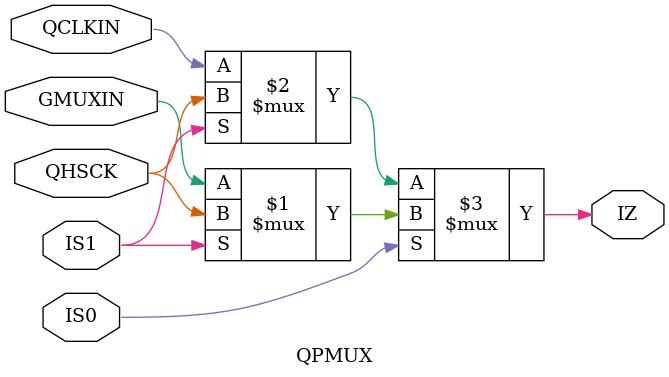
<source format=v>
`timescale 1ns/10ps

module QPMUX (QCLKIN, QHSCK, GMUXIN, IS0, IS1, IZ);
    
    input wire QCLKIN;

    (* CLOCK, NO_COMB=0 *) 
    input wire QHSCK;
    
    (* CLOCK, NO_COMB=0 *) 
    input wire GMUXIN;
   
    input wire IS0;
    input wire IS1;


    //(* DELAY_CONST_GMUXIN="{iopath_GMUXIN_IZ}" *)
    //(* DELAY_CONST_QHSCK="{iopath_QHSCK_IZ}" *)
    (* DELAY_CONST_GMUXIN="1e-10" *)
    (* DELAY_CONST_QHSCK="1e-10" *)
    (* DELAY_CONST_IS0="1e-10" *)  // No timing for the select pin
    (* DELAY_CONST_IS1="1e-10" *)  // No timing for the select pin
    (* clkbuf_driver *)
    output wire IZ;

    /*wire GMUXIN_int, QCLKIN_int, QHSCK_int, IS_int;
    buf GMUXIN_buf (GMUXIN_int, GMUXIN) ;
    buf QHSCK_buf (QHSCK_int, QHSCK) ;
    buf QCLKIN_buf (QCLKIN_int, QCLKIN) ;
    buf IS0_buf (IS0_int, IS0);
    buf IS1_buf (IS1_int, IS1);*/

    //assign IZ = IS0 ? (IS1 ? QHSCK_int : QCLKIN_int) : (IS1 ? QHSCK_int : GMUXIN_int); 
    specify
            //if (IS0 == 1'b0 && IS1 == 1'b0)
               (QCLKIN => IZ) = (0,0);
            //if (IS0 == 1'b0 && IS1 == 1'b1)
               (QHSCK => IZ) = (0,0);
            //if (IS0 == 1'b1 && IS1 == 1'b0)
               (GMUXIN => IZ) = (0,0);
       //(IS0 => IZ) = (0,0);
       //(IS1 => IZ) = (0,0);
    endspecify

    assign IZ = IS0 ? (IS1 ? QHSCK : GMUXIN) : (IS1 ? QHSCK : QCLKIN); 

endmodule 

</source>
